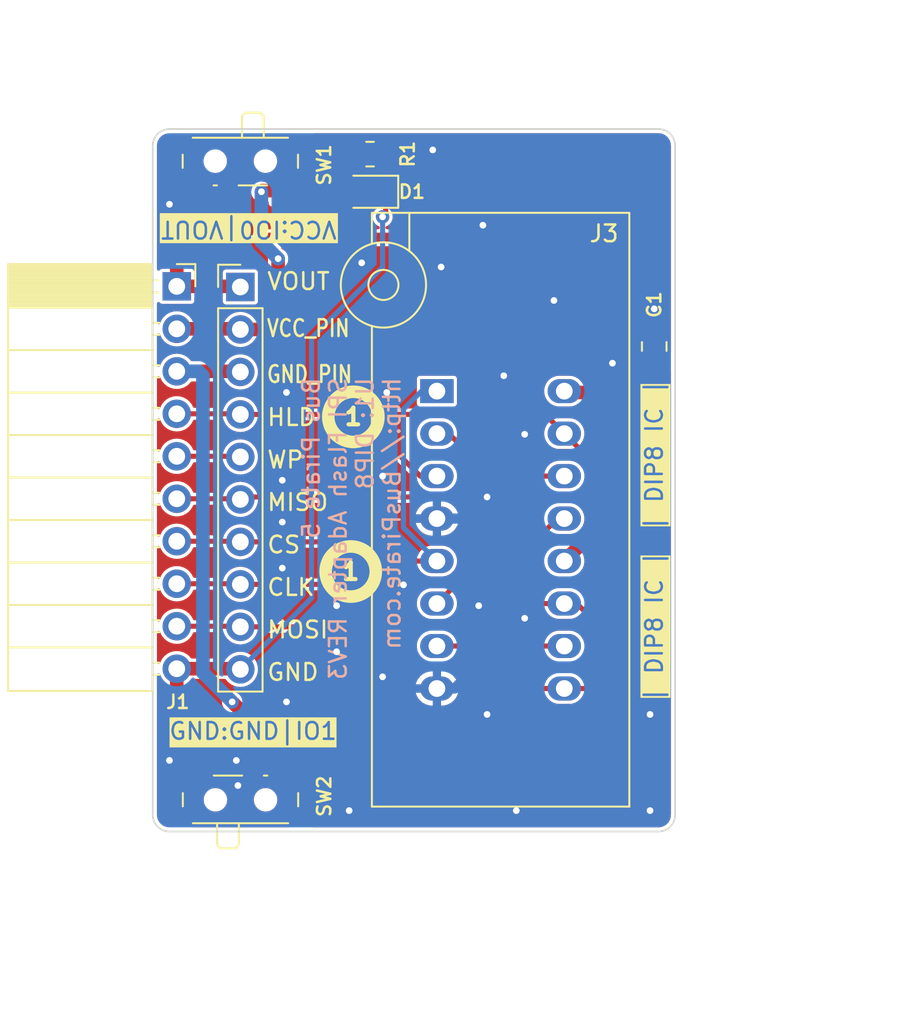
<source format=kicad_pcb>
(kicad_pcb (version 20221018) (generator pcbnew)
  (layers (0 "F.Cu" signal) (31 "B.Cu" signal) (34 "B.Paste" user) (35 "F.Paste" user) (36 "B.SilkS" user "B.Silkscreen") (37 "F.SilkS" user "F.Silkscreen") (38 "B.Mask" user) (39 "F.Mask" user) (44 "Edge.Cuts" user))
  (net 0 "")
  (net 1 "Net-(D1-A)")
  (net 2 "VOUT")
  (net 3 "GND")
  (net 4 "CDI")
  (net 5 "CS")
  (net 6 "SCLK")
  (net 7 "CDO")
  (net 8 "VCC_PIN")
  (net 9 "GND_PIN")
  (net 10 "WP")
  (net 11 "HOLD")
  (net 12 "VCC_CHIP")
  (net 13 "GND_CHIP")
  (footprint "LED_SMD:LED_0805_2012Metric" (layer "F.Cu") (at 150 69.75 180)
    (fp_text reference "D1" (at -2.5 0) (layer "F.SilkS") (effects (font (size 0.8 0.8))))
    (fp_text value "LED")
    (fp_line (start -1.685 -0.96) (end -1.685 0.96) (stroke (width 0.12)) (layer "F.SilkS"))
    (fp_line (start -1.685 0.96) (end 1 0.96) (stroke (width 0.12)) (layer "F.SilkS"))
    (fp_line (start 1 -0.96) (end -1.685 -0.96) (stroke (width 0.12)) (layer "F.SilkS"))
    (pad "1" smd roundrect (at -0.9375 0 180) (size 0.975 1.4) (layers "F.Cu" "F.Paste" "F.Mask") (net 3 "GND"))
    (pad "2" smd roundrect (at 0.9375 0 180) (size 0.975 1.4) (layers "F.Cu" "F.Paste" "F.Mask") (net 1 "Net-(D1-A)"))
  )
  (footprint "Button_Switch_SMD:SW_SPDT_PCM12" (layer "F.Cu") (at 142.24 68.25 180)
    (fp_text reference "SW1" (at -5.01 0.104 90) (layer "F.SilkS") (effects (font (size 0.8 0.8))))
    (fp_text value "SW_SPDT")
    (fp_line (start -3.45 -0.07) (end -3.45 0.72) (stroke (width 0.12)) (layer "F.SilkS"))
    (fp_line (start -2.85 1.73) (end 2.85 1.73) (stroke (width 0.12)) (layer "F.SilkS"))
    (fp_line (start -1.6 -1.12) (end 0.1 -1.12) (stroke (width 0.12)) (layer "F.SilkS"))
    (fp_line (start -1.4 1.73) (end -1.4 3.02) (stroke (width 0.12)) (layer "F.SilkS"))
    (fp_line (start -1.4 3.02) (end -1.2 3.23) (stroke (width 0.12)) (layer "F.SilkS"))
    (fp_line (start -1.2 3.23) (end -0.3 3.23) (stroke (width 0.12)) (layer "F.SilkS"))
    (fp_line (start -0.1 3.02) (end -0.3 3.23) (stroke (width 0.12)) (layer "F.SilkS"))
    (fp_line (start -0.1 3.02) (end -0.1 1.73) (stroke (width 0.12)) (layer "F.SilkS"))
    (fp_line (start 1.4 -1.12) (end 1.6 -1.12) (stroke (width 0.12)) (layer "F.SilkS"))
    (fp_line (start 3.45 0.72) (end 3.45 -0.07) (stroke (width 0.12)) (layer "F.SilkS"))
    (pad "" smd rect (at -3.65 -0.78 180) (size 1 0.8) (layers "F.Cu" "F.Paste" "F.Mask"))
    (pad "" smd rect (at -3.65 1.43 180) (size 1 0.8) (layers "F.Cu" "F.Paste" "F.Mask"))
    (pad "" np_thru_hole circle (at -1.5 0.33 180) (size 0.9 0.9) (drill 0.9) (layers "*.Cu" "*.Mask"))
    (pad "" np_thru_hole circle (at 1.5 0.33 180) (size 0.9 0.9) (drill 0.9) (layers "*.Cu" "*.Mask"))
    (pad "" smd rect (at 3.65 -0.78 180) (size 1 0.8) (layers "F.Cu" "F.Paste" "F.Mask"))
    (pad "" smd rect (at 3.65 1.43 180) (size 1 0.8) (layers "F.Cu" "F.Paste" "F.Mask"))
    (pad "1" smd rect (at -2.25 -1.43 180) (size 0.7 1.5) (layers "F.Cu" "F.Paste" "F.Mask") (net 8 "VCC_PIN"))
    (pad "2" smd rect (at 0.75 -1.43 180) (size 0.7 1.5) (layers "F.Cu" "F.Paste" "F.Mask") (net 12 "VCC_CHIP"))
    (pad "3" smd rect (at 2.25 -1.43 180) (size 0.7 1.5) (layers "F.Cu" "F.Paste" "F.Mask") (net 2 "VOUT"))
  )
  (footprint "Socket:DIP_Socket-16_W4.3_W5.08_W7.62_W10.16_W10.9_3M_216-3340-00-0602J" (layer "F.Cu") (at 154 81.67)
    (fp_text reference "J3" (at 10 -9.42) (layer "F.SilkS"))
    (fp_text value "ZIF SOCKET")
    (fp_line (start -3.89 -10.66) (end -3.89 -8.8) (stroke (width 0.12)) (layer "F.SilkS"))
    (fp_line (start -3.89 -3.9) (end -3.89 24.84) (stroke (width 0.12)) (layer "F.SilkS"))
    (fp_line (start -3.89 24.84) (end 11.51 24.84) (stroke (width 0.12)) (layer "F.SilkS"))
    (fp_line (start -1.65 -10.66) (end -1.65 -8.4) (stroke (width 0.12)) (layer "F.SilkS"))
    (fp_line (start 11.51 -10.66) (end -3.89 -10.66) (stroke (width 0.12)) (layer "F.SilkS"))
    (fp_line (start 11.51 24.84) (end 11.51 -10.66) (stroke (width 0.12)) (layer "F.SilkS"))
    (fp_circle (center -3.2 -6.35) (end -2.3 -6.35) (stroke (width 0.12)) (fill none) (layer "F.SilkS"))
    (fp_circle (center -3.2 -6.35) (end -0.65 -6.35) (stroke (width 0.12)) (fill none) (layer "F.SilkS"))
    (pad "1" thru_hole rect (at 0 0) (size 2 1.44) (drill 1) (layers "*.Cu" "*.Mask") (net 5 "CS"))
    (pad "2" thru_hole oval (at 0 2.54) (size 2 1.44) (drill 1) (layers "*.Cu" "*.Mask") (net 4 "CDI"))
    (pad "3" thru_hole oval (at 0 5.08) (size 2 1.44) (drill 1) (layers "*.Cu" "*.Mask") (net 11 "HOLD"))
    (pad "4" thru_hole oval (at 0 7.62) (size 2 1.44) (drill 1) (layers "*.Cu" "*.Mask") (net 13 "GND_CHIP"))
    (pad "5" thru_hole oval (at 0 10.16) (size 2 1.44) (drill 1) (layers "*.Cu" "*.Mask") (net 5 "CS"))
    (pad "6" thru_hole oval (at 0 12.7) (size 2 1.44) (drill 1) (layers "*.Cu" "*.Mask") (net 4 "CDI"))
    (pad "7" thru_hole oval (at 0 15.24) (size 2 1.44) (drill 1) (layers "*.Cu" "*.Mask") (net 11 "HOLD"))
    (pad "8" thru_hole oval (at 0 17.78) (size 2 1.44) (drill 1) (layers "*.Cu" "*.Mask") (net 13 "GND_CHIP"))
    (pad "9" thru_hole oval (at 7.62 17.78) (size 2 1.44) (drill 1) (layers "*.Cu" "*.Mask") (net 7 "CDO"))
    (pad "10" thru_hole oval (at 7.62 15.24) (size 2 1.44) (drill 1) (layers "*.Cu" "*.Mask") (net 6 "SCLK"))
    (pad "11" thru_hole oval (at 7.62 12.7) (size 2 1.44) (drill 1) (layers "*.Cu" "*.Mask") (net 11 "HOLD"))
    (pad "12" thru_hole oval (at 7.62 10.16) (size 2 1.44) (drill 1) (layers "*.Cu" "*.Mask") (net 12 "VCC_CHIP"))
    (pad "13" thru_hole oval (at 7.62 7.62) (size 2 1.44) (drill 1) (layers "*.Cu" "*.Mask") (net 7 "CDO"))
    (pad "14" thru_hole oval (at 7.62 5.08) (size 2 1.44) (drill 1) (layers "*.Cu" "*.Mask") (net 6 "SCLK"))
    (pad "15" thru_hole oval (at 7.62 2.54) (size 2 1.44) (drill 1) (layers "*.Cu" "*.Mask") (net 11 "HOLD"))
    (pad "16" thru_hole oval (at 7.62 0) (size 2 1.44) (drill 1) (layers "*.Cu" "*.Mask") (net 12 "VCC_CHIP"))
  )
  (footprint "Connector_PinSocket_2.54mm:PinSocket_1x10_P2.54mm_Horizontal" (layer "F.Cu") (at 138.437442 75.405607)
    (fp_text reference "J1" (at 0.062558 24.844393 180) (layer "F.SilkS") (effects (font (size 0.8 0.8))))
    (fp_text value "Conn_01x10" hide)
    (fp_line (start -10.09 -1.33) (end -10.09 24.19) (stroke (width 0.12)) (layer "F.SilkS"))
    (fp_line (start -10.09 -1.33) (end -1.46 -1.33) (stroke (width 0.12)) (layer "F.SilkS"))
    (fp_line (start -10.09 -1.21) (end -1.46 -1.21) (stroke (width 0.12)) (layer "F.SilkS"))
    (fp_line (start -10.09 -1.091905) (end -1.46 -1.091905) (stroke (width 0.12)) (layer "F.SilkS"))
    (fp_line (start -10.09 -0.97381) (end -1.46 -0.97381) (stroke (width 0.12)) (layer "F.SilkS"))
    (fp_line (start -10.09 -0.855715) (end -1.46 -0.855715) (stroke (width 0.12)) (layer "F.SilkS"))
    (fp_line (start -10.09 -0.73762) (end -1.46 -0.73762) (stroke (width 0.12)) (layer "F.SilkS"))
    (fp_line (start -10.09 -0.619525) (end -1.46 -0.619525) (stroke (width 0.12)) (layer "F.SilkS"))
    (fp_line (start -10.09 -0.50143) (end -1.46 -0.50143) (stroke (width 0.12)) (layer "F.SilkS"))
    (fp_line (start -10.09 -0.383335) (end -1.46 -0.383335) (stroke (width 0.12)) (layer "F.SilkS"))
    (fp_line (start -10.09 -0.26524) (end -1.46 -0.26524) (stroke (width 0.12)) (layer "F.SilkS"))
    (fp_line (start -10.09 -0.147145) (end -1.46 -0.147145) (stroke (width 0.12)) (layer "F.SilkS"))
    (fp_line (start -10.09 -0.02905) (end -1.46 -0.02905) (stroke (width 0.12)) (layer "F.SilkS"))
    (fp_line (start -10.09 0.089045) (end -1.46 0.089045) (stroke (width 0.12)) (layer "F.SilkS"))
    (fp_line (start -10.09 0.20714) (end -1.46 0.20714) (stroke (width 0.12)) (layer "F.SilkS"))
    (fp_line (start -10.09 0.325235) (end -1.46 0.325235) (stroke (width 0.12)) (layer "F.SilkS"))
    (fp_line (start -10.09 0.44333) (end -1.46 0.44333) (stroke (width 0.12)) (layer "F.SilkS"))
    (fp_line (start -10.09 0.561425) (end -1.46 0.561425) (stroke (width 0.12)) (layer "F.SilkS"))
    (fp_line (start -10.09 0.67952) (end -1.46 0.67952) (stroke (width 0.12)) (layer "F.SilkS"))
    (fp_line (start -10.09 0.797615) (end -1.46 0.797615) (stroke (width 0.12)) (layer "F.SilkS"))
    (fp_line (start -10.09 0.91571) (end -1.46 0.91571) (stroke (width 0.12)) (layer "F.SilkS"))
    (fp_line (start -10.09 1.033805) (end -1.46 1.033805) (stroke (width 0.12)) (layer "F.SilkS"))
    (fp_line (start -10.09 1.1519) (end -1.46 1.1519) (stroke (width 0.12)) (layer "F.SilkS"))
    (fp_line (start -10.09 1.27) (end -1.46 1.27) (stroke (width 0.12)) (layer "F.SilkS"))
    (fp_line (start -10.09 3.81) (end -1.46 3.81) (stroke (width 0.12)) (layer "F.SilkS"))
    (fp_line (start -10.09 6.35) (end -1.46 6.35) (stroke (width 0.12)) (layer "F.SilkS"))
    (fp_line (start -10.09 8.89) (end -1.46 8.89) (stroke (width 0.12)) (layer "F.SilkS"))
    (fp_line (start -10.09 11.43) (end -1.46 11.43) (stroke (width 0.12)) (layer "F.SilkS"))
    (fp_line (start -10.09 13.97) (end -1.46 13.97) (stroke (width 0.12)) (layer "F.SilkS"))
    (fp_line (start -10.09 16.51) (end -1.46 16.51) (stroke (width 0.12)) (layer "F.SilkS"))
    (fp_line (start -10.09 19.05) (end -1.46 19.05) (stroke (width 0.12)) (layer "F.SilkS"))
    (fp_line (start -10.09 21.59) (end -1.46 21.59) (stroke (width 0.12)) (layer "F.SilkS"))
    (fp_line (start -10.09 24.19) (end -1.46 24.19) (stroke (width 0.12)) (layer "F.SilkS"))
    (fp_line (start -1.46 -1.33) (end -1.46 24.19) (stroke (width 0.12)) (layer "F.SilkS"))
    (fp_line (start -1.46 -0.36) (end -1.11 -0.36) (stroke (width 0.12)) (layer "F.SilkS"))
    (fp_line (start -1.46 0.36) (end -1.11 0.36) (stroke (width 0.12)) (layer "F.SilkS"))
    (fp_line (start -1.46 2.18) (end -1.05 2.18) (stroke (width 0.12)) (layer "F.SilkS"))
    (fp_line (start -1.46 2.9) (end -1.05 2.9) (stroke (width 0.12)) (layer "F.SilkS"))
    (fp_line (start -1.46 4.72) (end -1.05 4.72) (stroke (width 0.12)) (layer "F.SilkS"))
    (fp_line (start -1.46 5.44) (end -1.05 5.44) (stroke (width 0.12)) (layer "F.SilkS"))
    (fp_line (start -1.46 7.26) (end -1.05 7.26) (stroke (width 0.12)) (layer "F.SilkS"))
    (fp_line (start -1.46 7.98) (end -1.05 7.98) (stroke (width 0.12)) (layer "F.SilkS"))
    (fp_line (start -1.46 9.8) (end -1.05 9.8) (stroke (width 0.12)) (layer "F.SilkS"))
    (fp_line (start -1.46 10.52) (end -1.05 10.52) (stroke (width 0.12)) (layer "F.SilkS"))
    (fp_line (start -1.46 12.34) (end -1.05 12.34) (stroke (width 0.12)) (layer "F.SilkS"))
    (fp_line (start -1.46 13.06) (end -1.05 13.06) (stroke (width 0.12)) (layer "F.SilkS"))
    (fp_line (start -1.46 14.88) (end -1.05 14.88) (stroke (width 0.12)) (layer "F.SilkS"))
    (fp_line (start -1.46 15.6) (end -1.05 15.6) (stroke (width 0.12)) (layer "F.SilkS"))
    (fp_line (start -1.46 17.42) (end -1.05 17.42) (stroke (width 0.12)) (layer "F.SilkS"))
    (fp_line (start -1.46 18.14) (end -1.05 18.14) (stroke (width 0.12)) (layer "F.SilkS"))
    (fp_line (start -1.46 19.96) (end -1.05 19.96) (stroke (width 0.12)) (layer "F.SilkS"))
    (fp_line (start -1.46 20.68) (end -1.05 20.68) (stroke (width 0.12)) (layer "F.SilkS"))
    (fp_line (start -1.46 22.5) (end -1.05 22.5) (stroke (width 0.12)) (layer "F.SilkS"))
    (fp_line (start -1.46 23.22) (end -1.05 23.22) (stroke (width 0.12)) (layer "F.SilkS"))
    (fp_line (start 0 -1.33) (end 1.11 -1.33) (stroke (width 0.12)) (layer "F.SilkS"))
    (fp_line (start 1.11 -1.33) (end 1.11 0) (stroke (width 0.12)) (layer "F.SilkS"))
    (pad "1" thru_hole rect (at 0 0) (size 1.7 1.7) (drill 1) (layers "*.Cu" "*.Mask") (net 2 "VOUT"))
    (pad "2" thru_hole oval (at 0 2.54) (size 1.7 1.7) (drill 1) (layers "*.Cu" "*.Mask") (net 8 "VCC_PIN"))
    (pad "3" thru_hole oval (at 0 5.08) (size 1.7 1.7) (drill 1) (layers "*.Cu" "*.Mask") (net 9 "GND_PIN"))
    (pad "4" thru_hole oval (at 0 7.62) (size 1.7 1.7) (drill 1) (layers "*.Cu" "*.Mask") (net 11 "HOLD"))
    (pad "5" thru_hole oval (at 0 10.16) (size 1.7 1.7) (drill 1) (layers "*.Cu" "*.Mask") (net 10 "WP"))
    (pad "6" thru_hole oval (at 0 12.7) (size 1.7 1.7) (drill 1) (layers "*.Cu" "*.Mask") (net 4 "CDI"))
    (pad "7" thru_hole oval (at 0 15.24) (size 1.7 1.7) (drill 1) (layers "*.Cu" "*.Mask") (net 5 "CS"))
    (pad "8" thru_hole oval (at 0 17.78) (size 1.7 1.7) (drill 1) (layers "*.Cu" "*.Mask") (net 6 "SCLK"))
    (pad "9" thru_hole oval (at 0 20.32) (size 1.7 1.7) (drill 1) (layers "*.Cu" "*.Mask") (net 7 "CDO"))
    (pad "10" thru_hole oval (at 0 22.86) (size 1.7 1.7) (drill 1) (layers "*.Cu" "*.Mask") (net 3 "GND"))
  )
  (footprint "Capacitor_SMD:C_0805_2012Metric" (layer "F.Cu") (at 167 79 90)
    (fp_text reference "C1" (at 2.5 0 90) (layer "F.SilkS") (effects (font (size 0.8 0.8))))
    (fp_text value "0.1uF")
    (fp_line (start -0.261252 -0.735) (end 0.261252 -0.735) (stroke (width 0.12)) (layer "F.SilkS"))
    (fp_line (start -0.261252 0.735) (end 0.261252 0.735) (stroke (width 0.12)) (layer "F.SilkS"))
    (pad "1" smd roundrect (at -0.95 0 90) (size 1 1.45) (layers "F.Cu" "F.Paste" "F.Mask") (net 12 "VCC_CHIP"))
    (pad "2" smd roundrect (at 0.95 0 90) (size 1 1.45) (layers "F.Cu" "F.Paste" "F.Mask") (net 13 "GND_CHIP"))
  )
  (footprint "Connector_PinHeader_2.54mm:PinHeader_1x10_P2.54mm_Vertical" (layer "F.Cu") (at 142.24 75.443)
    (fp_text reference "J2")
    (fp_text value "Conn_01x10" hide)
    (fp_line (start -1.33 -1.33) (end 0 -1.33) (stroke (width 0.12)) (layer "F.SilkS"))
    (fp_line (start -1.33 0) (end -1.33 -1.33) (stroke (width 0.12)) (layer "F.SilkS"))
    (fp_line (start -1.33 1.27) (end -1.33 24.19) (stroke (width 0.12)) (layer "F.SilkS"))
    (fp_line (start -1.33 1.27) (end 1.33 1.27) (stroke (width 0.12)) (layer "F.SilkS"))
    (fp_line (start -1.33 24.19) (end 1.33 24.19) (stroke (width 0.12)) (layer "F.SilkS"))
    (fp_line (start 1.33 1.27) (end 1.33 24.19) (stroke (width 0.12)) (layer "F.SilkS"))
    (pad "1" thru_hole rect (at 0 0) (size 1.7 1.7) (drill 1) (layers "*.Cu" "*.Mask") (net 2 "VOUT"))
    (pad "2" thru_hole oval (at 0 2.54) (size 1.7 1.7) (drill 1) (layers "*.Cu" "*.Mask") (net 8 "VCC_PIN"))
    (pad "3" thru_hole oval (at 0 5.08) (size 1.7 1.7) (drill 1) (layers "*.Cu" "*.Mask") (net 9 "GND_PIN"))
    (pad "4" thru_hole oval (at 0 7.62) (size 1.7 1.7) (drill 1) (layers "*.Cu" "*.Mask") (net 11 "HOLD"))
    (pad "5" thru_hole oval (at 0 10.16) (size 1.7 1.7) (drill 1) (layers "*.Cu" "*.Mask") (net 10 "WP"))
    (pad "6" thru_hole oval (at 0 12.7) (size 1.7 1.7) (drill 1) (layers "*.Cu" "*.Mask") (net 4 "CDI"))
    (pad "7" thru_hole oval (at 0 15.24) (size 1.7 1.7) (drill 1) (layers "*.Cu" "*.Mask") (net 5 "CS"))
    (pad "8" thru_hole oval (at 0 17.78) (size 1.7 1.7) (drill 1) (layers "*.Cu" "*.Mask") (net 6 "SCLK"))
    (pad "9" thru_hole oval (at 0 20.32) (size 1.7 1.7) (drill 1) (layers "*.Cu" "*.Mask") (net 7 "CDO"))
    (pad "10" thru_hole oval (at 0 22.86) (size 1.7 1.7) (drill 1) (layers "*.Cu" "*.Mask") (net 3 "GND"))
  )
  (footprint "Button_Switch_SMD:SW_SPDT_PCM12" (layer "F.Cu") (at 142.25 105.775)
    (fp_text reference "SW2" (at 5.01 0.118 -90) (layer "F.SilkS") (effects (font (size 0.8 0.8))))
    (fp_text value "SW_SPDT")
    (fp_line (start -3.45 -0.07) (end -3.45 0.72) (stroke (width 0.12)) (layer "F.SilkS"))
    (fp_line (start -2.85 1.73) (end 2.85 1.73) (stroke (width 0.12)) (layer "F.SilkS"))
    (fp_line (start -1.6 -1.12) (end 0.1 -1.12) (stroke (width 0.12)) (layer "F.SilkS"))
    (fp_line (start -1.4 1.73) (end -1.4 3.02) (stroke (width 0.12)) (layer "F.SilkS"))
    (fp_line (start -1.4 3.02) (end -1.2 3.23) (stroke (width 0.12)) (layer "F.SilkS"))
    (fp_line (start -1.2 3.23) (end -0.3 3.23) (stroke (width 0.12)) (layer "F.SilkS"))
    (fp_line (start -0.1 3.02) (end -0.3 3.23) (stroke (width 0.12)) (layer "F.SilkS"))
    (fp_line (start -0.1 3.02) (end -0.1 1.73) (stroke (width 0.12)) (layer "F.SilkS"))
    (fp_line (start 1.4 -1.12) (end 1.6 -1.12) (stroke (width 0.12)) (layer "F.SilkS"))
    (fp_line (start 3.45 0.72) (end 3.45 -0.07) (stroke (width 0.12)) (layer "F.SilkS"))
    (pad "" smd rect (at -3.65 -0.78) (size 1 0.8) (layers "F.Cu" "F.Paste" "F.Mask"))
    (pad "" smd rect (at -3.65 1.43) (size 1 0.8) (layers "F.Cu" "F.Paste" "F.Mask"))
    (pad "" np_thru_hole circle (at -1.5 0.33) (size 0.9 0.9) (drill 0.9) (layers "*.Cu" "*.Mask"))
    (pad "" np_thru_hole circle (at 1.5 0.33) (size 0.9 0.9) (drill 0.9) (layers "*.Cu" "*.Mask"))
    (pad "" smd rect (at 3.65 -0.78) (size 1 0.8) (layers "F.Cu" "F.Paste" "F.Mask"))
    (pad "" smd rect (at 3.65 1.43) (size 1 0.8) (layers "F.Cu" "F.Paste" "F.Mask"))
    (pad "1" smd rect (at -2.25 -1.43) (size 0.7 1.5) (layers "F.Cu" "F.Paste" "F.Mask") (net 3 "GND"))
    (pad "2" smd rect (at 0.75 -1.43) (size 0.7 1.5) (layers "F.Cu" "F.Paste" "F.Mask") (net 13 "GND_CHIP"))
    (pad "3" smd rect (at 2.25 -1.43) (size 0.7 1.5) (layers "F.Cu" "F.Paste" "F.Mask") (net 9 "GND_PIN"))
  )
  (footprint "Resistor_SMD:R_0805_2012Metric" (layer "F.Cu") (at 150 67.5)
    (fp_text reference "R1" (at 2.25 0 90) (layer "F.SilkS") (effects (font (size 0.8 0.8))))
    (fp_text value "2K")
    (fp_line (start -0.227064 -0.735) (end 0.227064 -0.735) (stroke (width 0.12)) (layer "F.SilkS"))
    (fp_line (start -0.227064 0.735) (end 0.227064 0.735) (stroke (width 0.12)) (layer "F.SilkS"))
    (pad "1" smd roundrect (at -0.9125 0) (size 1.025 1.4) (layers "F.Cu" "F.Paste" "F.Mask") (roundrect_rratio 0.243902439) (net 2 "VOUT"))
    (pad "2" smd roundrect (at 0.9125 0) (size 1.025 1.4) (layers "F.Cu" "F.Paste" "F.Mask") (roundrect_rratio 0.243902439) (net 1 "Net-(D1-A)"))
  )
  (gr_circle (center 149 83.207106) (end 150.5 83.207106) (stroke (width 0.75)) (fill none) (layer "F.SilkS"))
  (gr_circle (center 148.844 92.456) (end 150.344 92.456) (stroke (width 0.75)) (fill none) (layer "F.SilkS"))
  (gr_line (start 138 66) (end 167.25 66) (stroke (width 0.1)) (layer "Edge.Cuts"))
  (gr_line (start 138 108) (end 167.25 108) (stroke (width 0.1)) (layer "Edge.Cuts"))
  (gr_line (start 168.25 107) (end 168.25 67) (stroke (width 0.1)) (layer "Edge.Cuts"))
  (gr_line (start 137 67) (end 137 107) (stroke (width 0.1)) (layer "Edge.Cuts"))
  (gr_arc (start 168.25 107) (mid 167.957107 107.707107) (end 167.25 108) (stroke (width 0.1)) (layer "Edge.Cuts"))
  (gr_arc (start 167.25 66) (mid 167.957107 66.292893) (end 168.25 67) (stroke (width 0.1)) (layer "Edge.Cuts"))
  (gr_arc (start 138 108) (mid 137.292893 107.707107) (end 137 107) (stroke (width 0.1)) (layer "Edge.Cuts"))
  (gr_arc (start 137 67) (mid 137.292893 66.292893) (end 138 66) (stroke (width 0.1)) (layer "Edge.Cuts"))
  (gr_text "Bus Pirate 5\nSPI Flash Adapter REV3\nU1: DIP8\nhttp://BusPirate.com" (at 151.892 80.772 90) (layer "B.SilkS") (effects (font (size 1 1)) (justify left bottom mirror)))
  (gr_text "VCC:IO0|VOUT" (at 142.75 72 180) (layer "F.SilkS" knockout) (effects (font (size 1 1))))
  (gr_text "HLD" (at 143.764 83.82) (layer "F.SilkS") (effects (font (size 1 1)) (justify left bottom)))
  (gr_text "WP" (at 143.764 86.36) (layer "F.SilkS") (effects (font (size 1 1)) (justify left bottom)))
  (gr_text "VCC_PIN" (at 143.75 78.5) (layer "F.SilkS") (effects (font (size 1 0.8)) (justify left bottom)))
  (gr_text "MISO" (at 143.764 88.9) (layer "F.SilkS") (effects (font (size 1 1)) (justify left bottom)))
  (gr_text "| DIP8 IC |" (at 167 95.75 90) (layer "F.SilkS" knockout) (effects (font (size 1 1))))
  (gr_text "MOSI" (at 143.764 96.52) (layer "F.SilkS") (effects (font (size 1 1)) (justify left bottom)))
  (gr_text "| DIP8 IC |" (at 167 85.5 90) (layer "F.SilkS" knockout) (effects (font (size 1 1))))
  (gr_text "CLK" (at 143.764 93.98) (layer "F.SilkS") (effects (font (size 1 1)) (justify left bottom)))
  (gr_text "VOUT" (at 143.764 75.692) (layer "F.SilkS") (effects (font (size 1 1)) (justify left bottom)))
  (gr_text "GND:GND|IO1" (at 143 102) (layer "F.SilkS" knockout) (effects (font (size 1 1))))
  (gr_text "GND_PIN" (at 143.75 81.25) (layer "F.SilkS") (effects (font (size 1 0.8)) (justify left bottom)))
  (gr_text "1" (at 148.844 92.456) (layer "F.SilkS") (effects (font (size 1 1) (thickness 0.25) bold)))
  (gr_text "GND" (at 143.764 99.06) (layer "F.SilkS") (effects (font (size 1 1)) (justify left bottom)))
  (gr_text "1" (at 149 83.207106) (layer "F.SilkS") (effects (font (size 1 1) (thickness 0.25) bold)))
  (gr_text "CS" (at 143.764 91.44) (layer "F.SilkS") (effects (font (size 1 1)) (justify left bottom)))
  (segment (start 149.0625 69.75) (end 149.0625 69.35) (width 0.3048) (layer "F.Cu") (net 1))
  (segment (start 149.0625 69.35) (end 150.9125 67.5) (width 0.3048) (layer "F.Cu") (net 1))
  (segment (start 139.75 67.25) (end 140.25 66.75) (width 0.3048) (layer "F.Cu") (net 2))
  (segment (start 138.437442 75.405607) (end 142.202607 75.405607) (width 0.8128) (layer "F.Cu") (net 2))
  (segment (start 139.75 68.5) (end 139.75 67.25) (width 0.3048) (layer "F.Cu") (net 2))
  (segment (start 145.25 67.75) (end 148.8375 67.75) (width 0.3048) (layer "F.Cu") (net 2))
  (segment (start 148.8375 67.75) (end 149.0875 67.5) (width 0.3048) (layer "F.Cu") (net 2))
  (segment (start 139.99 68.74) (end 139.75 68.5) (width 0.3048) (layer "F.Cu") (net 2))
  (segment (start 142.202607 75.405607) (end 142.24 75.443) (width 0.8128) (layer "F.Cu") (net 2))
  (segment (start 144.25 66.75) (end 145.25 67.75) (width 0.3048) (layer "F.Cu") (net 2))
  (segment (start 139.99 71.01) (end 139.99 69.68) (width 0.8128) (layer "F.Cu") (net 2))
  (segment (start 138.437442 72.562558) (end 139.99 71.01) (width 0.8128) (layer "F.Cu") (net 2))
  (segment (start 138.437442 75.405607) (end 138.437442 72.562558) (width 0.8128) (layer "F.Cu") (net 2))
  (segment (start 140.25 66.75) (end 144.25 66.75) (width 0.3048) (layer "F.Cu") (net 2))
  (segment (start 139.99 69.68) (end 139.99 68.74) (width 0.3048) (layer "F.Cu") (net 2))
  (segment (start 138.437442 98.265607) (end 142.202607 98.265607) (width 0.8128) (layer "F.Cu") (net 3))
  (segment (start 142.202607 98.265607) (end 142.24 98.303) (width 0.8128) (layer "F.Cu") (net 3))
  (segment (start 138.437442 100.187442) (end 138.437442 98.265607) (width 0.8128) (layer "F.Cu") (net 3))
  (segment (start 140 101.75) (end 138.437442 100.187442) (width 0.8128) (layer "F.Cu") (net 3))
  (segment (start 150.75 71.25) (end 150.9375 71.0625) (width 0.3048) (layer "F.Cu") (net 3))
  (segment (start 150.9375 71.0625) (end 150.9375 69.75) (width 0.3048) (layer "F.Cu") (net 3))
  (segment (start 140 104.345) (end 140 101.75) (width 0.8128) (layer "F.Cu") (net 3))
  (via (at 150.75 71.25) (size 0.8) (drill 0.4) (layers "F.Cu" "B.Cu") (net 3))
  (segment (start 150.75 74.25) (end 146.5 78.5) (width 0.3048) (layer "B.Cu") (net 3))
  (segment (start 146.5 78.5) (end 146.5 94.043) (width 0.3048) (layer "B.Cu") (net 3))
  (segment (start 150.75 71.25) (end 150.75 74.25) (width 0.3048) (layer "B.Cu") (net 3))
  (segment (start 146.5 94.043) (end 142.24 98.303) (width 0.3048) (layer "B.Cu") (net 3))
  (segment (start 155.75 88) (end 155.75 85.25) (width 0.3048) (layer "F.Cu") (net 4))
  (segment (start 142.202607 88.105607) (end 142.24 88.143) (width 0.3048) (layer "F.Cu") (net 4))
  (segment (start 155.75 88) (end 155.75 92.62) (width 0.3048) (layer "F.Cu") (net 4))
  (segment (start 142.24 88.143) (end 142.383 88) (width 0.3048) (layer "F.Cu") (net 4))
  (segment (start 154.71 84.21) (end 154 84.21) (width 0.3048) (layer "F.Cu") (net 4))
  (segment (start 155.75 92.62) (end 154 94.37) (width 0.3048) (layer "F.Cu") (net 4))
  (segment (start 142.383 88) (end 155.75 88) (width 0.3048) (layer "F.Cu") (net 4))
  (segment (start 155.75 85.25) (end 154.71 84.21) (width 0.3048) (layer "F.Cu") (net 4))
  (segment (start 138.437442 88.105607) (end 142.202607 88.105607) (width 0.3048) (layer "F.Cu") (net 4))
  (segment (start 142.202607 90.645607) (end 142.24 90.683) (width 0.3048) (layer "F.Cu") (net 5))
  (segment (start 142.24 90.683) (end 150.433 90.683) (width 0.3048) (layer "F.Cu") (net 5))
  (segment (start 150.433 90.683) (end 151.58 91.83) (width 0.3048) (layer "F.Cu") (net 5))
  (segment (start 151.58 91.83) (end 154 91.83) (width 0.3048) (layer "F.Cu") (net 5))
  (segment (start 138.437442 90.645607) (end 142.202607 90.645607) (width 0.3048) (layer "F.Cu") (net 5))
  (segment (start 152 82.75) (end 152 89.83) (width 0.3048) (layer "B.Cu") (net 5))
  (segment (start 154 81.67) (end 153.08 81.67) (width 0.3048) (layer "B.Cu") (net 5))
  (segment (start 153.08 81.67) (end 152 82.75) (width 0.3048) (layer "B.Cu") (net 5))
  (segment (start 152 89.83) (end 154 91.83) (width 0.3048) (layer "B.Cu") (net 5))
  (segment (start 149.973 93.223) (end 152.5 95.75) (width 0.3048) (layer "F.Cu") (net 6))
  (segment (start 142.202607 93.185607) (end 142.24 93.223) (width 0.3048) (layer "F.Cu") (net 6))
  (segment (start 158 88.75) (end 158 95.75) (width 0.3048) (layer "F.Cu") (net 6))
  (segment (start 142.24 93.223) (end 149.973 93.223) (width 0.3048) (layer "F.Cu") (net 6))
  (segment (start 160 86.75) (end 158 88.75) (width 0.3048) (layer "F.Cu") (net 6))
  (segment (start 159.16 96.91) (end 161.62 96.91) (width 0.3048) (layer "F.Cu") (net 6))
  (segment (start 161.62 86.75) (end 160 86.75) (width 0.3048) (layer "F.Cu") (net 6))
  (segment (start 138.437442 93.185607) (end 142.202607 93.185607) (width 0.3048) (layer "F.Cu") (net 6))
  (segment (start 152.5 95.75) (end 158 95.75) (width 0.3048) (layer "F.Cu") (net 6))
  (segment (start 158 95.75) (end 159.16 96.91) (width 0.3048) (layer "F.Cu") (net 6))
  (segment (start 158.2 99.45) (end 161.62 99.45) (width 0.3048) (layer "F.Cu") (net 7))
  (segment (start 164.25 94.5) (end 164.25 98.1248) (width 0.3048) (layer "F.Cu") (net 7))
  (segment (start 142.24 95.763) (end 149.763 95.763) (width 0.3048) (layer "F.Cu") (net 7))
  (segment (start 164.25 98.1248) (end 162.9248 99.45) (width 0.3048) (layer "F.Cu") (net 7))
  (segment (start 161.62 89.29) (end 161.21 89.29) (width 0.3048) (layer "F.Cu") (net 7))
  (segment (start 152.25 98.25) (end 157 98.25) (width 0.3048) (layer "F.Cu") (net 7))
  (segment (start 160 90.5) (end 160 92.5) (width 0.3048) (layer "F.Cu") (net 7))
  (segment (start 142.202607 95.725607) (end 142.24 95.763) (width 0.3048) (layer "F.Cu") (net 7))
  (segment (start 160 92.5) (end 160.5 93) (width 0.3048) (layer "F.Cu") (net 7))
  (segment (start 160.5 93) (end 162.75 93) (width 0.3048) (layer "F.Cu") (net 7))
  (segment (start 138.437442 95.725607) (end 142.202607 95.725607) (width 0.3048) (layer "F.Cu") (net 7))
  (segment (start 162.75 93) (end 164.25 94.5) (width 0.3048) (layer "F.Cu") (net 7))
  (segment (start 157 98.25) (end 158.2 99.45) (width 0.3048) (layer "F.Cu") (net 7))
  (segment (start 162.9248 99.45) (end 161.62 99.45) (width 0.3048) (layer "F.Cu") (net 7))
  (segment (start 149.763 95.763) (end 152.25 98.25) (width 0.3048) (layer "F.Cu") (net 7))
  (segment (start 161.21 89.29) (end 160 90.5) (width 0.3048) (layer "F.Cu") (net 7))
  (segment (start 142.24 77.983) (end 143.767 77.983) (width 0.8128) (layer "F.Cu") (net 8))
  (segment (start 143.57 69.68) (end 144.49 69.68) (width 0.8128) (layer "F.Cu") (net 8))
  (segment (start 142.202607 77.945607) (end 142.24 77.983) (width 0.8128) (layer "F.Cu") (net 8))
  (segment (start 144.5 77.25) (end 144.5 73.75) (width 0.8128) (layer "F.Cu") (net 8))
  (segment (start 143.767 77.983) (end 144.5 77.25) (width 0.8128) (layer "F.Cu") (net 8))
  (segment (start 138.437442 77.945607) (end 142.202607 77.945607) (width 0.8128) (layer "F.Cu") (net 8))
  (segment (start 143.5 69.75) (end 143.57 69.68) (width 0.8128) (layer "F.Cu") (net 8))
  (via (at 143.5 69.75) (size 0.8) (drill 0.4) (layers "F.Cu" "B.Cu") (net 8))
  (via (at 144.5 73.75) (size 0.8) (drill 0.4) (layers "F.Cu" "B.Cu") (net 8))
  (segment (start 143.5 72.75) (end 144.5 73.75) (width 0.8128) (layer "B.Cu") (net 8))
  (segment (start 143.5 69.75) (end 143.5 72.75) (width 0.8128) (layer "B.Cu") (net 8))
  (segment (start 141.75 100.25) (end 144.5 103) (width 0.8128) (layer "F.Cu") (net 9))
  (segment (start 138.437442 80.485607) (end 142.202607 80.485607) (width 0.8128) (layer "F.Cu") (net 9))
  (segment (start 144.5 103) (end 144.5 104.345) (width 0.8128) (layer "F.Cu") (net 9))
  (segment (start 142.202607 80.485607) (end 142.24 80.523) (width 0.8128) (layer "F.Cu") (net 9))
  (via (at 141.75 100.25) (size 0.8) (drill 0.4) (layers "F.Cu" "B.Cu") (net 9))
  (segment (start 140 98.5) (end 140 80.75) (width 0.8128) (layer "B.Cu") (net 9))
  (segment (start 140 80.75) (end 139.735607 80.485607) (width 0.8128) (layer "B.Cu") (net 9))
  (segment (start 141.75 100.25) (end 140 98.5) (width 0.8128) (layer "B.Cu") (net 9))
  (segment (start 139.735607 80.485607) (end 138.437442 80.485607) (width 0.8128) (layer "B.Cu") (net 9))
  (segment (start 138.437442 85.565607) (end 142.202607 85.565607) (width 0.3048) (layer "F.Cu") (net 10))
  (segment (start 142.202607 85.565607) (end 142.24 85.603) (width 0.3048) (layer "F.Cu") (net 10))
  (segment (start 138.437442 83.025607) (end 142.202607 83.025607) (width 0.3048) (layer "F.Cu") (net 11))
  (segment (start 161.62 94.37) (end 160.37 94.37) (width 0.3048) (layer "F.Cu") (net 11))
  (segment (start 142.202607 83.025607) (end 142.24 83.063) (width 0.3048) (layer "F.Cu") (net 11))
  (segment (start 163.25 97.5) (end 163.25 95.25) (width 0.3048) (layer "F.Cu") (net 11))
  (segment (start 163.25 85.84) (end 161.62 84.21) (width 0.3048) (layer "F.Cu") (net 11))
  (segment (start 151.813 83.063) (end 160.473 83.063) (width 0.3048) (layer "F.Cu") (net 11))
  (segment (start 151.75 83.126) (end 151.75 85.5) (width 0.3048) (layer "F.Cu") (net 11))
  (segment (start 154 96.91) (end 157.41 96.91) (width 0.3048) (layer "F.Cu") (net 11))
  (segment (start 160.37 94.37) (end 159 93) (width 0.3048) (layer "F.Cu") (net 11))
  (segment (start 163.25 87.5) (end 163.25 85.84) (width 0.3048) (layer "F.Cu") (net 11))
  (segment (start 160 88) (end 162.75 88) (width 0.3048) (layer "F.Cu") (net 11))
  (segment (start 159 93) (end 159 89) (width 0.3048) (layer "F.Cu") (net 11))
  (segment (start 160.473 83.063) (end 161.62 84.21) (width 0.3048) (layer "F.Cu") (net 11))
  (segment (start 151.75 85.5) (end 153 86.75) (width 0.3048) (layer "F.Cu") (net 11))
  (segment (start 163.25 95.25) (end 162.37 94.37) (width 0.3048) (layer "F.Cu") (net 11))
  (segment (start 162.75 88) (end 163.25 87.5) (width 0.3048) (layer "F.Cu") (net 11))
  (segment (start 153 86.75) (end 154 86.75) (width 0.3048) (layer "F.Cu") (net 11))
  (segment (start 159 89) (end 160 88) (width 0.3048) (layer "F.Cu") (net 11))
  (segment (start 157.41 96.91) (end 158.75 98.25) (width 0.3048) (layer "F.Cu") (net 11))
  (segment (start 158.75 98.25) (end 162.5 98.25) (width 0.3048) (layer "F.Cu") (net 11))
  (segment (start 162.5 98.25) (end 163.25 97.5) (width 0.3048) (layer "F.Cu") (net 11))
  (segment (start 142.24 83.063) (end 151.813 83.063) (width 0.3048) (layer "F.Cu") (net 11))
  (segment (start 162.37 94.37) (end 161.62 94.37) (width 0.3048) (layer "F.Cu") (net 11))
  (segment (start 143.5 72.5) (end 154.75 72.5) (width 0.6096) (layer "F.Cu") (net 12))
  (segment (start 141.49 70.49) (end 143.5 72.5) (width 0.6096) (layer "F.Cu") (net 12))
  (segment (start 165.2 81.75) (end 167 79.95) (width 0.8128) (layer "F.Cu") (net 12))
  (segment (start 164.75 78) (end 166.7 79.95) (width 0.6096) (layer "F.Cu") (net 12))
  (segment (start 161.7 81.75) (end 164.75 81.75) (width 0.8128) (layer "F.Cu") (net 12))
  (segment (start 164.75 81.75) (end 165.2 81.75) (width 0.8128) (layer "F.Cu") (net 12))
  (segment (start 154.75 72.5) (end 160.25 78) (width 0.6096) (layer "F.Cu") (net 12))
  (segment (start 141.49 69.68) (end 141.49 70.49) (width 0.6096) (layer "F.Cu") (net 12))
  (segment (start 161.62 81.67) (end 161.7 81.75) (width 0.8128) (layer "F.Cu") (net 12))
  (segment (start 164.75 81.75) (end 164.75 88.7) (width 0.8128) (layer "F.Cu") (net 12))
  (segment (start 160.25 78) (end 164.75 78) (width 0.6096) (layer "F.Cu") (net 12))
  (segment (start 166.7 79.95) (end 167 79.95) (width 0.6096) (layer "F.Cu") (net 12))
  (segment (start 164.75 88.7) (end 161.62 91.83) (width 0.8128) (layer "F.Cu") (net 12))
  (segment (start 142.095 105.25) (end 142.5 105.25) (width 0.8128) (layer "F.Cu") (net 13))
  (segment (start 143 104.75) (end 143 104.345) (width 0.8128) (layer "F.Cu") (net 13))
  (segment (start 167 78.05) (end 167 76.75) (width 0.8128) (layer "F.Cu") (net 13))
  (segment (start 142 103.75) (end 142.5 103.75) (width 0.8128) (layer "F.Cu") (net 13))
  (segment (start 143 104.25) (end 143 104.345) (width 0.8128) (layer "F.Cu") (net 13))
  (segment (start 142.5 103.75) (end 143 104.25) (width 0.8128) (layer "F.Cu") (net 13))
  (segment (start 142.5 105.25) (end 143 104.75) (width 0.8128) (layer "F.Cu") (net 13))
  (via (at 157 101) (size 0.8) (drill 0.4) (layers "F.Cu" "B.Cu") (net 13))
  (via (at 148.75 106.75) (size 0.8) (drill 0.4) (layers "F.Cu" "B.Cu") (net 13))
  (via (at 153.75 67.25) (size 0.8) (drill 0.4) (layers "F.Cu" "B.Cu") (net 13))
  (via (at 144.75 87) (size 0.8) (drill 0.4) (layers "F.Cu" "B.Cu") (net 13))
  (via (at 158.75 106.75) (size 0.8) (drill 0.4) (layers "F.Cu" "B.Cu") (net 13))
  (via (at 144.75 92.25) (size 0.8) (drill 0.4) (layers "F.Cu" "B.Cu") (net 13))
  (via (at 150.75 86.75) (size 0.8) (drill 0.4) (layers "F.Cu" "B.Cu") (net 13))
  (via (at 152 93.25) (size 0.8) (drill 0.4) (layers "F.Cu" "B.Cu") (net 13))
  (via (at 150.75 98.75) (size 0.8) (drill 0.4) (layers "F.Cu" "B.Cu") (net 13))
  (via (at 144.75 89.5) (size 0.8) (drill 0.4) (layers "F.Cu" "B.Cu") (net 13))
  (via (at 156.75 71.75) (size 0.8) (drill 0.4) (layers "F.Cu" "B.Cu") (net 13))
  (via (at 159.25 95.25) (size 0.8) (drill 0.4) (layers "F.Cu" "B.Cu") (net 13))
  (via (at 145 100.25) (size 0.8) (drill 0.4) (layers "F.Cu" "B.Cu") (net 13))
  (via (at 142.095 105.25) (size 0.8) (drill 0.4) (layers "F.Cu" "B.Cu") (net 13))
  (via (at 138 103.75) (size 0.8) (drill 0.4) (layers "F.Cu" "B.Cu") (net 13))
  (via (at 166.75 106.75) (size 0.8) (drill 0.4) (layers "F.Cu" "B.Cu") (net 13))
  (via (at 148 94.5) (size 0.8) (drill 0.4) (layers "F.Cu" "B.Cu") (net 13))
  (via (at 138 70.5) (size 0.8) (drill 0.4) (layers "F.Cu" "B.Cu") (net 13))
  (via (at 167 76.75) (size 0.8) (drill 0.4) (layers "F.Cu" "B.Cu") (net 13))
  (via (at 159.25 84.25) (size 0.8) (drill 0.4) (layers "F.Cu" "B.Cu") (net 13))
  (via (at 145 81.75) (size 0.8) (drill 0.4) (layers "F.Cu" "B.Cu") (net 13))
  (via (at 154.25 74.25) (size 0.8) (drill 0.4) (layers "F.Cu" "B.Cu") (net 13))
  (via (at 161 76.25) (size 0.8) (drill 0.4) (layers "F.Cu" "B.Cu") (net 13))
  (via (at 149.5 74) (size 0.8) (drill 0.4) (layers "F.Cu" "B.Cu") (net 13))
  (via (at 164.5 80) (size 0.8) (drill 0.4) (layers "F.Cu" "B.Cu") (net 13))
  (via (at 151 81.75) (size 0.8) (drill 0.4) (layers "F.Cu" "B.Cu") (net 13))
  (via (at 156.5 94.5) (size 0.8) (drill 0.4) (layers "F.Cu" "B.Cu") (net 13))
  (via (at 157 88) (size 0.8) (drill 0.4) (layers "F.Cu" "B.Cu") (net 13))
  (via (at 148 97.25) (size 0.8) (drill 0.4) (layers "F.Cu" "B.Cu") (net 13))
  (via (at 158 80.75) (size 0.8) (drill 0.4) (layers "F.Cu" "B.Cu") (net 13))
  (via (at 142 103.75) (size 0.8) (drill 0.4) (layers "F.Cu" "B.Cu") (net 13))
  (via (at 166.75 101) (size 0.8) (drill 0.4) (layers "F.Cu" "B.Cu") (net 13))
  (segment (start 155.54 89.29) (end 156.5 90.25) (width 0.6096) (layer "B.Cu") (net 13))
  (segment (start 156.5 94.5) (end 156.5 98) (width 0.6096) (layer "B.Cu") (net 13))
  (segment (start 156.5 90.25) (end 156.5 94.5) (width 0.6096) (layer "B.Cu") (net 13))
  (segment (start 156.5 98) (end 155.05 99.45) (width 0.6096) (layer "B.Cu") (net 13))
  (segment (start 155.05 99.45) (end 154 99.45) (width 0.6096) (layer "B.Cu") (net 13))
  (segment (start 154 89.29) (end 155.54 89.29) (width 0.6096) (layer "B.Cu") (net 13))
  (zone (net 13) (net_name "GND_CHIP") (layers "F&B.Cu") (connect_pads thru_hole_only (clearance 0.2)) (min_thickness 0.2) (fill yes (thermal_gap 0.3) (thermal_bridge_width 0.5) (smoothing fillet) (radius 0.5))
    (polygon (pts (xy 137 66) (xy 168.25 66) (xy 168.25 108) (xy 137 108)))
  )
)
</source>
